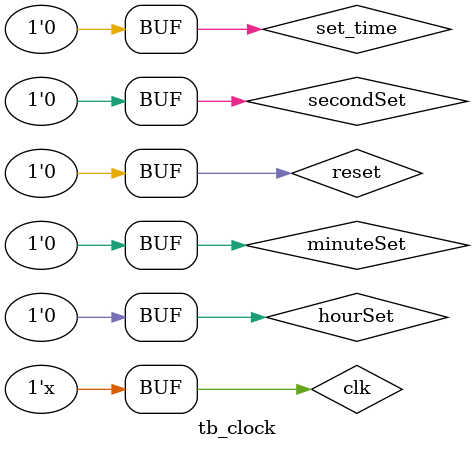
<source format=v>
`timescale 1ns / 1ps

module tb_clock;
    reg clk,reset,set_time,secondSet,minuteSet,hourSet;
    wire [4:0] Hour;
    wire [5:0] Minute,Second;
    clock uut(clk,reset,set_time,secondSet,minuteSet,hourSet,Hour,Minute,Second);
    initial
    begin
        clk=0; reset=0; set_time=0; secondSet=0; minuteSet=0; hourSet=0;
        #10 reset=1;
        #10 reset=0;
        #250 set_time=1;
        #10 set_time=0;
        #50 secondSet=1;
        #20 secondSet=0;
        #10 secondSet=1;
        #10 secondSet=0;
        #10 secondSet=1;
        #10 secondSet=0;
        #10 secondSet=1;
        #10 secondSet=0;
        #10 secondSet=1;
        #10 secondSet=0;
        #10 secondSet=1;
        #10 secondSet=0;
        #10 secondSet=1;
        #10 secondSet=0;
        #10 secondSet=1;
        #10 secondSet=0;
        #30 set_time=1;
        #10 set_time=0;
        #10 set_time=1;
        #10 set_time=0;
        #10 set_time=1;
        #10 set_time=0;
        #300 set_time=1;
        #10 set_time=0;
        #10 set_time=1;
        #10 set_time=0;
        #50 minuteSet=1;
        #10 minuteSet=0;
        #10 minuteSet=1;
        #10 minuteSet=0;
        #10 minuteSet=1;
        #10 minuteSet=0;
        #10 minuteSet=1;
        #10 minuteSet=0;
        #10 minuteSet=1;
        #10 minuteSet=0;
        #10 minuteSet=1;
        #10 minuteSet=0;
        #50 set_time=1;
        #10 set_time=0;
        #10 set_time=1;
        #10 set_time=0;
        #500 set_time=1;
        #10 set_time=0;
        #10 set_time=1;
        #10 set_time=0;
        #10 set_time=1;
        #10 set_time=0;
        #50 hourSet=1;
        #10 hourSet=0;
        #10 hourSet=1;
        #10 hourSet=0;
        #10 hourSet=1;
        #10 hourSet=0;
        #10 hourSet=1;
        #10 hourSet=0;
        #10 hourSet=1;
        #10 hourSet=0;
        #10 hourSet=1;
        #10 hourSet=0;
        #10 hourSet=1;
        #10 hourSet=0;
        #10 hourSet=1;
        #10 hourSet=0;
        #10 set_time=1;
        #10 set_time=0;
        // #200 $stop;
    end
    always
        #5 clk=~clk;
endmodule

</source>
